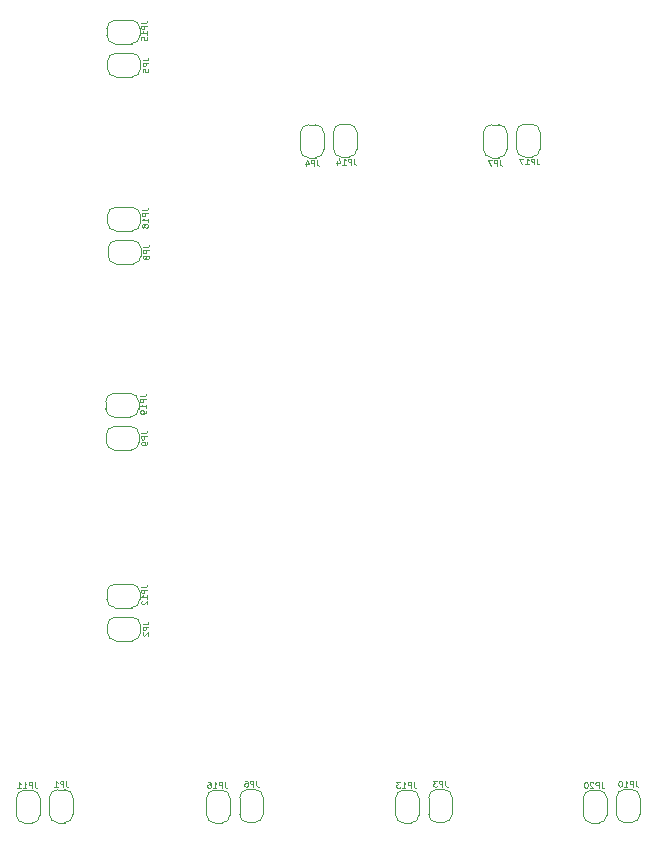
<source format=gbo>
G04 #@! TF.GenerationSoftware,KiCad,Pcbnew,7.0.5-7.0.5~ubuntu22.04.1*
G04 #@! TF.CreationDate,2023-06-19T14:44:42+01:00*
G04 #@! TF.ProjectId,logic_board,6c6f6769-635f-4626-9f61-72642e6b6963,rev?*
G04 #@! TF.SameCoordinates,Original*
G04 #@! TF.FileFunction,Legend,Bot*
G04 #@! TF.FilePolarity,Positive*
%FSLAX46Y46*%
G04 Gerber Fmt 4.6, Leading zero omitted, Abs format (unit mm)*
G04 Created by KiCad (PCBNEW 7.0.5-7.0.5~ubuntu22.04.1) date 2023-06-19 14:44:42*
%MOMM*%
%LPD*%
G01*
G04 APERTURE LIST*
%ADD10C,0.120000*%
G04 APERTURE END LIST*
D10*
G04 #@! TO.C,JP14*
X102981909Y-67085068D02*
X102981909Y-67442211D01*
X102981909Y-67442211D02*
X103005718Y-67513639D01*
X103005718Y-67513639D02*
X103053337Y-67561259D01*
X103053337Y-67561259D02*
X103124766Y-67585068D01*
X103124766Y-67585068D02*
X103172385Y-67585068D01*
X102743814Y-67585068D02*
X102743814Y-67085068D01*
X102743814Y-67085068D02*
X102553338Y-67085068D01*
X102553338Y-67085068D02*
X102505719Y-67108878D01*
X102505719Y-67108878D02*
X102481909Y-67132687D01*
X102481909Y-67132687D02*
X102458100Y-67180306D01*
X102458100Y-67180306D02*
X102458100Y-67251735D01*
X102458100Y-67251735D02*
X102481909Y-67299354D01*
X102481909Y-67299354D02*
X102505719Y-67323163D01*
X102505719Y-67323163D02*
X102553338Y-67346973D01*
X102553338Y-67346973D02*
X102743814Y-67346973D01*
X101981909Y-67585068D02*
X102267623Y-67585068D01*
X102124766Y-67585068D02*
X102124766Y-67085068D01*
X102124766Y-67085068D02*
X102172385Y-67156497D01*
X102172385Y-67156497D02*
X102220004Y-67204116D01*
X102220004Y-67204116D02*
X102267623Y-67227925D01*
X101553338Y-67251735D02*
X101553338Y-67585068D01*
X101672386Y-67061259D02*
X101791433Y-67418401D01*
X101791433Y-67418401D02*
X101481910Y-67418401D01*
G04 #@! TO.C,JP15*
X84972216Y-55605238D02*
X85329359Y-55605238D01*
X85329359Y-55605238D02*
X85400787Y-55581429D01*
X85400787Y-55581429D02*
X85448407Y-55533810D01*
X85448407Y-55533810D02*
X85472216Y-55462381D01*
X85472216Y-55462381D02*
X85472216Y-55414762D01*
X85472216Y-55843333D02*
X84972216Y-55843333D01*
X84972216Y-55843333D02*
X84972216Y-56033809D01*
X84972216Y-56033809D02*
X84996026Y-56081428D01*
X84996026Y-56081428D02*
X85019835Y-56105238D01*
X85019835Y-56105238D02*
X85067454Y-56129047D01*
X85067454Y-56129047D02*
X85138883Y-56129047D01*
X85138883Y-56129047D02*
X85186502Y-56105238D01*
X85186502Y-56105238D02*
X85210311Y-56081428D01*
X85210311Y-56081428D02*
X85234121Y-56033809D01*
X85234121Y-56033809D02*
X85234121Y-55843333D01*
X85472216Y-56605238D02*
X85472216Y-56319524D01*
X85472216Y-56462381D02*
X84972216Y-56462381D01*
X84972216Y-56462381D02*
X85043645Y-56414762D01*
X85043645Y-56414762D02*
X85091264Y-56367143D01*
X85091264Y-56367143D02*
X85115073Y-56319524D01*
X84972216Y-57057618D02*
X84972216Y-56819523D01*
X84972216Y-56819523D02*
X85210311Y-56795714D01*
X85210311Y-56795714D02*
X85186502Y-56819523D01*
X85186502Y-56819523D02*
X85162692Y-56867142D01*
X85162692Y-56867142D02*
X85162692Y-56986190D01*
X85162692Y-56986190D02*
X85186502Y-57033809D01*
X85186502Y-57033809D02*
X85210311Y-57057618D01*
X85210311Y-57057618D02*
X85257930Y-57081428D01*
X85257930Y-57081428D02*
X85376978Y-57081428D01*
X85376978Y-57081428D02*
X85424597Y-57057618D01*
X85424597Y-57057618D02*
X85448407Y-57033809D01*
X85448407Y-57033809D02*
X85472216Y-56986190D01*
X85472216Y-56986190D02*
X85472216Y-56867142D01*
X85472216Y-56867142D02*
X85448407Y-56819523D01*
X85448407Y-56819523D02*
X85424597Y-56795714D01*
G04 #@! TO.C,JP13*
X108041909Y-119865069D02*
X108041909Y-120222212D01*
X108041909Y-120222212D02*
X108065718Y-120293640D01*
X108065718Y-120293640D02*
X108113337Y-120341260D01*
X108113337Y-120341260D02*
X108184766Y-120365069D01*
X108184766Y-120365069D02*
X108232385Y-120365069D01*
X107803814Y-120365069D02*
X107803814Y-119865069D01*
X107803814Y-119865069D02*
X107613338Y-119865069D01*
X107613338Y-119865069D02*
X107565719Y-119888879D01*
X107565719Y-119888879D02*
X107541909Y-119912688D01*
X107541909Y-119912688D02*
X107518100Y-119960307D01*
X107518100Y-119960307D02*
X107518100Y-120031736D01*
X107518100Y-120031736D02*
X107541909Y-120079355D01*
X107541909Y-120079355D02*
X107565719Y-120103164D01*
X107565719Y-120103164D02*
X107613338Y-120126974D01*
X107613338Y-120126974D02*
X107803814Y-120126974D01*
X107041909Y-120365069D02*
X107327623Y-120365069D01*
X107184766Y-120365069D02*
X107184766Y-119865069D01*
X107184766Y-119865069D02*
X107232385Y-119936498D01*
X107232385Y-119936498D02*
X107280004Y-119984117D01*
X107280004Y-119984117D02*
X107327623Y-120007926D01*
X106875243Y-119865069D02*
X106565719Y-119865069D01*
X106565719Y-119865069D02*
X106732386Y-120055545D01*
X106732386Y-120055545D02*
X106660957Y-120055545D01*
X106660957Y-120055545D02*
X106613338Y-120079355D01*
X106613338Y-120079355D02*
X106589529Y-120103164D01*
X106589529Y-120103164D02*
X106565719Y-120150783D01*
X106565719Y-120150783D02*
X106565719Y-120269831D01*
X106565719Y-120269831D02*
X106589529Y-120317450D01*
X106589529Y-120317450D02*
X106613338Y-120341260D01*
X106613338Y-120341260D02*
X106660957Y-120365069D01*
X106660957Y-120365069D02*
X106803814Y-120365069D01*
X106803814Y-120365069D02*
X106851433Y-120341260D01*
X106851433Y-120341260D02*
X106875243Y-120317450D01*
G04 #@! TO.C,JP18*
X85022216Y-71445238D02*
X85379359Y-71445238D01*
X85379359Y-71445238D02*
X85450787Y-71421429D01*
X85450787Y-71421429D02*
X85498407Y-71373810D01*
X85498407Y-71373810D02*
X85522216Y-71302381D01*
X85522216Y-71302381D02*
X85522216Y-71254762D01*
X85522216Y-71683333D02*
X85022216Y-71683333D01*
X85022216Y-71683333D02*
X85022216Y-71873809D01*
X85022216Y-71873809D02*
X85046026Y-71921428D01*
X85046026Y-71921428D02*
X85069835Y-71945238D01*
X85069835Y-71945238D02*
X85117454Y-71969047D01*
X85117454Y-71969047D02*
X85188883Y-71969047D01*
X85188883Y-71969047D02*
X85236502Y-71945238D01*
X85236502Y-71945238D02*
X85260311Y-71921428D01*
X85260311Y-71921428D02*
X85284121Y-71873809D01*
X85284121Y-71873809D02*
X85284121Y-71683333D01*
X85522216Y-72445238D02*
X85522216Y-72159524D01*
X85522216Y-72302381D02*
X85022216Y-72302381D01*
X85022216Y-72302381D02*
X85093645Y-72254762D01*
X85093645Y-72254762D02*
X85141264Y-72207143D01*
X85141264Y-72207143D02*
X85165073Y-72159524D01*
X85236502Y-72730952D02*
X85212692Y-72683333D01*
X85212692Y-72683333D02*
X85188883Y-72659523D01*
X85188883Y-72659523D02*
X85141264Y-72635714D01*
X85141264Y-72635714D02*
X85117454Y-72635714D01*
X85117454Y-72635714D02*
X85069835Y-72659523D01*
X85069835Y-72659523D02*
X85046026Y-72683333D01*
X85046026Y-72683333D02*
X85022216Y-72730952D01*
X85022216Y-72730952D02*
X85022216Y-72826190D01*
X85022216Y-72826190D02*
X85046026Y-72873809D01*
X85046026Y-72873809D02*
X85069835Y-72897618D01*
X85069835Y-72897618D02*
X85117454Y-72921428D01*
X85117454Y-72921428D02*
X85141264Y-72921428D01*
X85141264Y-72921428D02*
X85188883Y-72897618D01*
X85188883Y-72897618D02*
X85212692Y-72873809D01*
X85212692Y-72873809D02*
X85236502Y-72826190D01*
X85236502Y-72826190D02*
X85236502Y-72730952D01*
X85236502Y-72730952D02*
X85260311Y-72683333D01*
X85260311Y-72683333D02*
X85284121Y-72659523D01*
X85284121Y-72659523D02*
X85331740Y-72635714D01*
X85331740Y-72635714D02*
X85426978Y-72635714D01*
X85426978Y-72635714D02*
X85474597Y-72659523D01*
X85474597Y-72659523D02*
X85498407Y-72683333D01*
X85498407Y-72683333D02*
X85522216Y-72730952D01*
X85522216Y-72730952D02*
X85522216Y-72826190D01*
X85522216Y-72826190D02*
X85498407Y-72873809D01*
X85498407Y-72873809D02*
X85474597Y-72897618D01*
X85474597Y-72897618D02*
X85426978Y-72921428D01*
X85426978Y-72921428D02*
X85331740Y-72921428D01*
X85331740Y-72921428D02*
X85284121Y-72897618D01*
X85284121Y-72897618D02*
X85260311Y-72873809D01*
X85260311Y-72873809D02*
X85236502Y-72826190D01*
G04 #@! TO.C,JP19*
X84872216Y-87205238D02*
X85229359Y-87205238D01*
X85229359Y-87205238D02*
X85300787Y-87181429D01*
X85300787Y-87181429D02*
X85348407Y-87133810D01*
X85348407Y-87133810D02*
X85372216Y-87062381D01*
X85372216Y-87062381D02*
X85372216Y-87014762D01*
X85372216Y-87443333D02*
X84872216Y-87443333D01*
X84872216Y-87443333D02*
X84872216Y-87633809D01*
X84872216Y-87633809D02*
X84896026Y-87681428D01*
X84896026Y-87681428D02*
X84919835Y-87705238D01*
X84919835Y-87705238D02*
X84967454Y-87729047D01*
X84967454Y-87729047D02*
X85038883Y-87729047D01*
X85038883Y-87729047D02*
X85086502Y-87705238D01*
X85086502Y-87705238D02*
X85110311Y-87681428D01*
X85110311Y-87681428D02*
X85134121Y-87633809D01*
X85134121Y-87633809D02*
X85134121Y-87443333D01*
X85372216Y-88205238D02*
X85372216Y-87919524D01*
X85372216Y-88062381D02*
X84872216Y-88062381D01*
X84872216Y-88062381D02*
X84943645Y-88014762D01*
X84943645Y-88014762D02*
X84991264Y-87967143D01*
X84991264Y-87967143D02*
X85015073Y-87919524D01*
X85372216Y-88443333D02*
X85372216Y-88538571D01*
X85372216Y-88538571D02*
X85348407Y-88586190D01*
X85348407Y-88586190D02*
X85324597Y-88609999D01*
X85324597Y-88609999D02*
X85253168Y-88657618D01*
X85253168Y-88657618D02*
X85157930Y-88681428D01*
X85157930Y-88681428D02*
X84967454Y-88681428D01*
X84967454Y-88681428D02*
X84919835Y-88657618D01*
X84919835Y-88657618D02*
X84896026Y-88633809D01*
X84896026Y-88633809D02*
X84872216Y-88586190D01*
X84872216Y-88586190D02*
X84872216Y-88490952D01*
X84872216Y-88490952D02*
X84896026Y-88443333D01*
X84896026Y-88443333D02*
X84919835Y-88419523D01*
X84919835Y-88419523D02*
X84967454Y-88395714D01*
X84967454Y-88395714D02*
X85086502Y-88395714D01*
X85086502Y-88395714D02*
X85134121Y-88419523D01*
X85134121Y-88419523D02*
X85157930Y-88443333D01*
X85157930Y-88443333D02*
X85181740Y-88490952D01*
X85181740Y-88490952D02*
X85181740Y-88586190D01*
X85181740Y-88586190D02*
X85157930Y-88633809D01*
X85157930Y-88633809D02*
X85134121Y-88657618D01*
X85134121Y-88657618D02*
X85086502Y-88681428D01*
G04 #@! TO.C,JP2*
X85072217Y-106483333D02*
X85429360Y-106483333D01*
X85429360Y-106483333D02*
X85500788Y-106459524D01*
X85500788Y-106459524D02*
X85548408Y-106411905D01*
X85548408Y-106411905D02*
X85572217Y-106340476D01*
X85572217Y-106340476D02*
X85572217Y-106292857D01*
X85572217Y-106721428D02*
X85072217Y-106721428D01*
X85072217Y-106721428D02*
X85072217Y-106911904D01*
X85072217Y-106911904D02*
X85096027Y-106959523D01*
X85096027Y-106959523D02*
X85119836Y-106983333D01*
X85119836Y-106983333D02*
X85167455Y-107007142D01*
X85167455Y-107007142D02*
X85238884Y-107007142D01*
X85238884Y-107007142D02*
X85286503Y-106983333D01*
X85286503Y-106983333D02*
X85310312Y-106959523D01*
X85310312Y-106959523D02*
X85334122Y-106911904D01*
X85334122Y-106911904D02*
X85334122Y-106721428D01*
X85119836Y-107197619D02*
X85096027Y-107221428D01*
X85096027Y-107221428D02*
X85072217Y-107269047D01*
X85072217Y-107269047D02*
X85072217Y-107388095D01*
X85072217Y-107388095D02*
X85096027Y-107435714D01*
X85096027Y-107435714D02*
X85119836Y-107459523D01*
X85119836Y-107459523D02*
X85167455Y-107483333D01*
X85167455Y-107483333D02*
X85215074Y-107483333D01*
X85215074Y-107483333D02*
X85286503Y-107459523D01*
X85286503Y-107459523D02*
X85572217Y-107173809D01*
X85572217Y-107173809D02*
X85572217Y-107483333D01*
G04 #@! TO.C,JP6*
X94703814Y-119765069D02*
X94703814Y-120122212D01*
X94703814Y-120122212D02*
X94727623Y-120193640D01*
X94727623Y-120193640D02*
X94775242Y-120241260D01*
X94775242Y-120241260D02*
X94846671Y-120265069D01*
X94846671Y-120265069D02*
X94894290Y-120265069D01*
X94465719Y-120265069D02*
X94465719Y-119765069D01*
X94465719Y-119765069D02*
X94275243Y-119765069D01*
X94275243Y-119765069D02*
X94227624Y-119788879D01*
X94227624Y-119788879D02*
X94203814Y-119812688D01*
X94203814Y-119812688D02*
X94180005Y-119860307D01*
X94180005Y-119860307D02*
X94180005Y-119931736D01*
X94180005Y-119931736D02*
X94203814Y-119979355D01*
X94203814Y-119979355D02*
X94227624Y-120003164D01*
X94227624Y-120003164D02*
X94275243Y-120026974D01*
X94275243Y-120026974D02*
X94465719Y-120026974D01*
X93751433Y-119765069D02*
X93846671Y-119765069D01*
X93846671Y-119765069D02*
X93894290Y-119788879D01*
X93894290Y-119788879D02*
X93918100Y-119812688D01*
X93918100Y-119812688D02*
X93965719Y-119884117D01*
X93965719Y-119884117D02*
X93989528Y-119979355D01*
X93989528Y-119979355D02*
X93989528Y-120169831D01*
X93989528Y-120169831D02*
X93965719Y-120217450D01*
X93965719Y-120217450D02*
X93941909Y-120241260D01*
X93941909Y-120241260D02*
X93894290Y-120265069D01*
X93894290Y-120265069D02*
X93799052Y-120265069D01*
X93799052Y-120265069D02*
X93751433Y-120241260D01*
X93751433Y-120241260D02*
X93727624Y-120217450D01*
X93727624Y-120217450D02*
X93703814Y-120169831D01*
X93703814Y-120169831D02*
X93703814Y-120050783D01*
X93703814Y-120050783D02*
X93727624Y-120003164D01*
X93727624Y-120003164D02*
X93751433Y-119979355D01*
X93751433Y-119979355D02*
X93799052Y-119955545D01*
X93799052Y-119955545D02*
X93894290Y-119955545D01*
X93894290Y-119955545D02*
X93941909Y-119979355D01*
X93941909Y-119979355D02*
X93965719Y-120003164D01*
X93965719Y-120003164D02*
X93989528Y-120050783D01*
G04 #@! TO.C,JP10*
X126841909Y-119765069D02*
X126841909Y-120122212D01*
X126841909Y-120122212D02*
X126865718Y-120193640D01*
X126865718Y-120193640D02*
X126913337Y-120241260D01*
X126913337Y-120241260D02*
X126984766Y-120265069D01*
X126984766Y-120265069D02*
X127032385Y-120265069D01*
X126603814Y-120265069D02*
X126603814Y-119765069D01*
X126603814Y-119765069D02*
X126413338Y-119765069D01*
X126413338Y-119765069D02*
X126365719Y-119788879D01*
X126365719Y-119788879D02*
X126341909Y-119812688D01*
X126341909Y-119812688D02*
X126318100Y-119860307D01*
X126318100Y-119860307D02*
X126318100Y-119931736D01*
X126318100Y-119931736D02*
X126341909Y-119979355D01*
X126341909Y-119979355D02*
X126365719Y-120003164D01*
X126365719Y-120003164D02*
X126413338Y-120026974D01*
X126413338Y-120026974D02*
X126603814Y-120026974D01*
X125841909Y-120265069D02*
X126127623Y-120265069D01*
X125984766Y-120265069D02*
X125984766Y-119765069D01*
X125984766Y-119765069D02*
X126032385Y-119836498D01*
X126032385Y-119836498D02*
X126080004Y-119884117D01*
X126080004Y-119884117D02*
X126127623Y-119907926D01*
X125532386Y-119765069D02*
X125484767Y-119765069D01*
X125484767Y-119765069D02*
X125437148Y-119788879D01*
X125437148Y-119788879D02*
X125413338Y-119812688D01*
X125413338Y-119812688D02*
X125389529Y-119860307D01*
X125389529Y-119860307D02*
X125365719Y-119955545D01*
X125365719Y-119955545D02*
X125365719Y-120074593D01*
X125365719Y-120074593D02*
X125389529Y-120169831D01*
X125389529Y-120169831D02*
X125413338Y-120217450D01*
X125413338Y-120217450D02*
X125437148Y-120241260D01*
X125437148Y-120241260D02*
X125484767Y-120265069D01*
X125484767Y-120265069D02*
X125532386Y-120265069D01*
X125532386Y-120265069D02*
X125580005Y-120241260D01*
X125580005Y-120241260D02*
X125603814Y-120217450D01*
X125603814Y-120217450D02*
X125627624Y-120169831D01*
X125627624Y-120169831D02*
X125651433Y-120074593D01*
X125651433Y-120074593D02*
X125651433Y-119955545D01*
X125651433Y-119955545D02*
X125627624Y-119860307D01*
X125627624Y-119860307D02*
X125603814Y-119812688D01*
X125603814Y-119812688D02*
X125580005Y-119788879D01*
X125580005Y-119788879D02*
X125532386Y-119765069D01*
G04 #@! TO.C,JP3*
X110703814Y-119765069D02*
X110703814Y-120122212D01*
X110703814Y-120122212D02*
X110727623Y-120193640D01*
X110727623Y-120193640D02*
X110775242Y-120241260D01*
X110775242Y-120241260D02*
X110846671Y-120265069D01*
X110846671Y-120265069D02*
X110894290Y-120265069D01*
X110465719Y-120265069D02*
X110465719Y-119765069D01*
X110465719Y-119765069D02*
X110275243Y-119765069D01*
X110275243Y-119765069D02*
X110227624Y-119788879D01*
X110227624Y-119788879D02*
X110203814Y-119812688D01*
X110203814Y-119812688D02*
X110180005Y-119860307D01*
X110180005Y-119860307D02*
X110180005Y-119931736D01*
X110180005Y-119931736D02*
X110203814Y-119979355D01*
X110203814Y-119979355D02*
X110227624Y-120003164D01*
X110227624Y-120003164D02*
X110275243Y-120026974D01*
X110275243Y-120026974D02*
X110465719Y-120026974D01*
X110013338Y-119765069D02*
X109703814Y-119765069D01*
X109703814Y-119765069D02*
X109870481Y-119955545D01*
X109870481Y-119955545D02*
X109799052Y-119955545D01*
X109799052Y-119955545D02*
X109751433Y-119979355D01*
X109751433Y-119979355D02*
X109727624Y-120003164D01*
X109727624Y-120003164D02*
X109703814Y-120050783D01*
X109703814Y-120050783D02*
X109703814Y-120169831D01*
X109703814Y-120169831D02*
X109727624Y-120217450D01*
X109727624Y-120217450D02*
X109751433Y-120241260D01*
X109751433Y-120241260D02*
X109799052Y-120265069D01*
X109799052Y-120265069D02*
X109941909Y-120265069D01*
X109941909Y-120265069D02*
X109989528Y-120241260D01*
X109989528Y-120241260D02*
X110013338Y-120217450D01*
G04 #@! TO.C,JP20*
X123941909Y-119865069D02*
X123941909Y-120222212D01*
X123941909Y-120222212D02*
X123965718Y-120293640D01*
X123965718Y-120293640D02*
X124013337Y-120341260D01*
X124013337Y-120341260D02*
X124084766Y-120365069D01*
X124084766Y-120365069D02*
X124132385Y-120365069D01*
X123703814Y-120365069D02*
X123703814Y-119865069D01*
X123703814Y-119865069D02*
X123513338Y-119865069D01*
X123513338Y-119865069D02*
X123465719Y-119888879D01*
X123465719Y-119888879D02*
X123441909Y-119912688D01*
X123441909Y-119912688D02*
X123418100Y-119960307D01*
X123418100Y-119960307D02*
X123418100Y-120031736D01*
X123418100Y-120031736D02*
X123441909Y-120079355D01*
X123441909Y-120079355D02*
X123465719Y-120103164D01*
X123465719Y-120103164D02*
X123513338Y-120126974D01*
X123513338Y-120126974D02*
X123703814Y-120126974D01*
X123227623Y-119912688D02*
X123203814Y-119888879D01*
X123203814Y-119888879D02*
X123156195Y-119865069D01*
X123156195Y-119865069D02*
X123037147Y-119865069D01*
X123037147Y-119865069D02*
X122989528Y-119888879D01*
X122989528Y-119888879D02*
X122965719Y-119912688D01*
X122965719Y-119912688D02*
X122941909Y-119960307D01*
X122941909Y-119960307D02*
X122941909Y-120007926D01*
X122941909Y-120007926D02*
X122965719Y-120079355D01*
X122965719Y-120079355D02*
X123251433Y-120365069D01*
X123251433Y-120365069D02*
X122941909Y-120365069D01*
X122632386Y-119865069D02*
X122584767Y-119865069D01*
X122584767Y-119865069D02*
X122537148Y-119888879D01*
X122537148Y-119888879D02*
X122513338Y-119912688D01*
X122513338Y-119912688D02*
X122489529Y-119960307D01*
X122489529Y-119960307D02*
X122465719Y-120055545D01*
X122465719Y-120055545D02*
X122465719Y-120174593D01*
X122465719Y-120174593D02*
X122489529Y-120269831D01*
X122489529Y-120269831D02*
X122513338Y-120317450D01*
X122513338Y-120317450D02*
X122537148Y-120341260D01*
X122537148Y-120341260D02*
X122584767Y-120365069D01*
X122584767Y-120365069D02*
X122632386Y-120365069D01*
X122632386Y-120365069D02*
X122680005Y-120341260D01*
X122680005Y-120341260D02*
X122703814Y-120317450D01*
X122703814Y-120317450D02*
X122727624Y-120269831D01*
X122727624Y-120269831D02*
X122751433Y-120174593D01*
X122751433Y-120174593D02*
X122751433Y-120055545D01*
X122751433Y-120055545D02*
X122727624Y-119960307D01*
X122727624Y-119960307D02*
X122703814Y-119912688D01*
X122703814Y-119912688D02*
X122680005Y-119888879D01*
X122680005Y-119888879D02*
X122632386Y-119865069D01*
G04 #@! TO.C,JP16*
X92041909Y-119865069D02*
X92041909Y-120222212D01*
X92041909Y-120222212D02*
X92065718Y-120293640D01*
X92065718Y-120293640D02*
X92113337Y-120341260D01*
X92113337Y-120341260D02*
X92184766Y-120365069D01*
X92184766Y-120365069D02*
X92232385Y-120365069D01*
X91803814Y-120365069D02*
X91803814Y-119865069D01*
X91803814Y-119865069D02*
X91613338Y-119865069D01*
X91613338Y-119865069D02*
X91565719Y-119888879D01*
X91565719Y-119888879D02*
X91541909Y-119912688D01*
X91541909Y-119912688D02*
X91518100Y-119960307D01*
X91518100Y-119960307D02*
X91518100Y-120031736D01*
X91518100Y-120031736D02*
X91541909Y-120079355D01*
X91541909Y-120079355D02*
X91565719Y-120103164D01*
X91565719Y-120103164D02*
X91613338Y-120126974D01*
X91613338Y-120126974D02*
X91803814Y-120126974D01*
X91041909Y-120365069D02*
X91327623Y-120365069D01*
X91184766Y-120365069D02*
X91184766Y-119865069D01*
X91184766Y-119865069D02*
X91232385Y-119936498D01*
X91232385Y-119936498D02*
X91280004Y-119984117D01*
X91280004Y-119984117D02*
X91327623Y-120007926D01*
X90613338Y-119865069D02*
X90708576Y-119865069D01*
X90708576Y-119865069D02*
X90756195Y-119888879D01*
X90756195Y-119888879D02*
X90780005Y-119912688D01*
X90780005Y-119912688D02*
X90827624Y-119984117D01*
X90827624Y-119984117D02*
X90851433Y-120079355D01*
X90851433Y-120079355D02*
X90851433Y-120269831D01*
X90851433Y-120269831D02*
X90827624Y-120317450D01*
X90827624Y-120317450D02*
X90803814Y-120341260D01*
X90803814Y-120341260D02*
X90756195Y-120365069D01*
X90756195Y-120365069D02*
X90660957Y-120365069D01*
X90660957Y-120365069D02*
X90613338Y-120341260D01*
X90613338Y-120341260D02*
X90589529Y-120317450D01*
X90589529Y-120317450D02*
X90565719Y-120269831D01*
X90565719Y-120269831D02*
X90565719Y-120150783D01*
X90565719Y-120150783D02*
X90589529Y-120103164D01*
X90589529Y-120103164D02*
X90613338Y-120079355D01*
X90613338Y-120079355D02*
X90660957Y-120055545D01*
X90660957Y-120055545D02*
X90756195Y-120055545D01*
X90756195Y-120055545D02*
X90803814Y-120079355D01*
X90803814Y-120079355D02*
X90827624Y-120103164D01*
X90827624Y-120103164D02*
X90851433Y-120150783D01*
G04 #@! TO.C,JP17*
X118481909Y-67075068D02*
X118481909Y-67432211D01*
X118481909Y-67432211D02*
X118505718Y-67503639D01*
X118505718Y-67503639D02*
X118553337Y-67551259D01*
X118553337Y-67551259D02*
X118624766Y-67575068D01*
X118624766Y-67575068D02*
X118672385Y-67575068D01*
X118243814Y-67575068D02*
X118243814Y-67075068D01*
X118243814Y-67075068D02*
X118053338Y-67075068D01*
X118053338Y-67075068D02*
X118005719Y-67098878D01*
X118005719Y-67098878D02*
X117981909Y-67122687D01*
X117981909Y-67122687D02*
X117958100Y-67170306D01*
X117958100Y-67170306D02*
X117958100Y-67241735D01*
X117958100Y-67241735D02*
X117981909Y-67289354D01*
X117981909Y-67289354D02*
X118005719Y-67313163D01*
X118005719Y-67313163D02*
X118053338Y-67336973D01*
X118053338Y-67336973D02*
X118243814Y-67336973D01*
X117481909Y-67575068D02*
X117767623Y-67575068D01*
X117624766Y-67575068D02*
X117624766Y-67075068D01*
X117624766Y-67075068D02*
X117672385Y-67146497D01*
X117672385Y-67146497D02*
X117720004Y-67194116D01*
X117720004Y-67194116D02*
X117767623Y-67217925D01*
X117315243Y-67075068D02*
X116981910Y-67075068D01*
X116981910Y-67075068D02*
X117196195Y-67575068D01*
G04 #@! TO.C,JP7*
X115343814Y-67175068D02*
X115343814Y-67532211D01*
X115343814Y-67532211D02*
X115367623Y-67603639D01*
X115367623Y-67603639D02*
X115415242Y-67651259D01*
X115415242Y-67651259D02*
X115486671Y-67675068D01*
X115486671Y-67675068D02*
X115534290Y-67675068D01*
X115105719Y-67675068D02*
X115105719Y-67175068D01*
X115105719Y-67175068D02*
X114915243Y-67175068D01*
X114915243Y-67175068D02*
X114867624Y-67198878D01*
X114867624Y-67198878D02*
X114843814Y-67222687D01*
X114843814Y-67222687D02*
X114820005Y-67270306D01*
X114820005Y-67270306D02*
X114820005Y-67341735D01*
X114820005Y-67341735D02*
X114843814Y-67389354D01*
X114843814Y-67389354D02*
X114867624Y-67413163D01*
X114867624Y-67413163D02*
X114915243Y-67436973D01*
X114915243Y-67436973D02*
X115105719Y-67436973D01*
X114653338Y-67175068D02*
X114320005Y-67175068D01*
X114320005Y-67175068D02*
X114534290Y-67675068D01*
G04 #@! TO.C,JP12*
X84972216Y-103345238D02*
X85329359Y-103345238D01*
X85329359Y-103345238D02*
X85400787Y-103321429D01*
X85400787Y-103321429D02*
X85448407Y-103273810D01*
X85448407Y-103273810D02*
X85472216Y-103202381D01*
X85472216Y-103202381D02*
X85472216Y-103154762D01*
X85472216Y-103583333D02*
X84972216Y-103583333D01*
X84972216Y-103583333D02*
X84972216Y-103773809D01*
X84972216Y-103773809D02*
X84996026Y-103821428D01*
X84996026Y-103821428D02*
X85019835Y-103845238D01*
X85019835Y-103845238D02*
X85067454Y-103869047D01*
X85067454Y-103869047D02*
X85138883Y-103869047D01*
X85138883Y-103869047D02*
X85186502Y-103845238D01*
X85186502Y-103845238D02*
X85210311Y-103821428D01*
X85210311Y-103821428D02*
X85234121Y-103773809D01*
X85234121Y-103773809D02*
X85234121Y-103583333D01*
X85472216Y-104345238D02*
X85472216Y-104059524D01*
X85472216Y-104202381D02*
X84972216Y-104202381D01*
X84972216Y-104202381D02*
X85043645Y-104154762D01*
X85043645Y-104154762D02*
X85091264Y-104107143D01*
X85091264Y-104107143D02*
X85115073Y-104059524D01*
X85019835Y-104535714D02*
X84996026Y-104559523D01*
X84996026Y-104559523D02*
X84972216Y-104607142D01*
X84972216Y-104607142D02*
X84972216Y-104726190D01*
X84972216Y-104726190D02*
X84996026Y-104773809D01*
X84996026Y-104773809D02*
X85019835Y-104797618D01*
X85019835Y-104797618D02*
X85067454Y-104821428D01*
X85067454Y-104821428D02*
X85115073Y-104821428D01*
X85115073Y-104821428D02*
X85186502Y-104797618D01*
X85186502Y-104797618D02*
X85472216Y-104511904D01*
X85472216Y-104511904D02*
X85472216Y-104821428D01*
G04 #@! TO.C,JP5*
X85072217Y-58743333D02*
X85429360Y-58743333D01*
X85429360Y-58743333D02*
X85500788Y-58719524D01*
X85500788Y-58719524D02*
X85548408Y-58671905D01*
X85548408Y-58671905D02*
X85572217Y-58600476D01*
X85572217Y-58600476D02*
X85572217Y-58552857D01*
X85572217Y-58981428D02*
X85072217Y-58981428D01*
X85072217Y-58981428D02*
X85072217Y-59171904D01*
X85072217Y-59171904D02*
X85096027Y-59219523D01*
X85096027Y-59219523D02*
X85119836Y-59243333D01*
X85119836Y-59243333D02*
X85167455Y-59267142D01*
X85167455Y-59267142D02*
X85238884Y-59267142D01*
X85238884Y-59267142D02*
X85286503Y-59243333D01*
X85286503Y-59243333D02*
X85310312Y-59219523D01*
X85310312Y-59219523D02*
X85334122Y-59171904D01*
X85334122Y-59171904D02*
X85334122Y-58981428D01*
X85072217Y-59719523D02*
X85072217Y-59481428D01*
X85072217Y-59481428D02*
X85310312Y-59457619D01*
X85310312Y-59457619D02*
X85286503Y-59481428D01*
X85286503Y-59481428D02*
X85262693Y-59529047D01*
X85262693Y-59529047D02*
X85262693Y-59648095D01*
X85262693Y-59648095D02*
X85286503Y-59695714D01*
X85286503Y-59695714D02*
X85310312Y-59719523D01*
X85310312Y-59719523D02*
X85357931Y-59743333D01*
X85357931Y-59743333D02*
X85476979Y-59743333D01*
X85476979Y-59743333D02*
X85524598Y-59719523D01*
X85524598Y-59719523D02*
X85548408Y-59695714D01*
X85548408Y-59695714D02*
X85572217Y-59648095D01*
X85572217Y-59648095D02*
X85572217Y-59529047D01*
X85572217Y-59529047D02*
X85548408Y-59481428D01*
X85548408Y-59481428D02*
X85524598Y-59457619D01*
G04 #@! TO.C,JP11*
X75941909Y-119875069D02*
X75941909Y-120232212D01*
X75941909Y-120232212D02*
X75965718Y-120303640D01*
X75965718Y-120303640D02*
X76013337Y-120351260D01*
X76013337Y-120351260D02*
X76084766Y-120375069D01*
X76084766Y-120375069D02*
X76132385Y-120375069D01*
X75703814Y-120375069D02*
X75703814Y-119875069D01*
X75703814Y-119875069D02*
X75513338Y-119875069D01*
X75513338Y-119875069D02*
X75465719Y-119898879D01*
X75465719Y-119898879D02*
X75441909Y-119922688D01*
X75441909Y-119922688D02*
X75418100Y-119970307D01*
X75418100Y-119970307D02*
X75418100Y-120041736D01*
X75418100Y-120041736D02*
X75441909Y-120089355D01*
X75441909Y-120089355D02*
X75465719Y-120113164D01*
X75465719Y-120113164D02*
X75513338Y-120136974D01*
X75513338Y-120136974D02*
X75703814Y-120136974D01*
X74941909Y-120375069D02*
X75227623Y-120375069D01*
X75084766Y-120375069D02*
X75084766Y-119875069D01*
X75084766Y-119875069D02*
X75132385Y-119946498D01*
X75132385Y-119946498D02*
X75180004Y-119994117D01*
X75180004Y-119994117D02*
X75227623Y-120017926D01*
X74465719Y-120375069D02*
X74751433Y-120375069D01*
X74608576Y-120375069D02*
X74608576Y-119875069D01*
X74608576Y-119875069D02*
X74656195Y-119946498D01*
X74656195Y-119946498D02*
X74703814Y-119994117D01*
X74703814Y-119994117D02*
X74751433Y-120017926D01*
G04 #@! TO.C,JP9*
X84972217Y-90343333D02*
X85329360Y-90343333D01*
X85329360Y-90343333D02*
X85400788Y-90319524D01*
X85400788Y-90319524D02*
X85448408Y-90271905D01*
X85448408Y-90271905D02*
X85472217Y-90200476D01*
X85472217Y-90200476D02*
X85472217Y-90152857D01*
X85472217Y-90581428D02*
X84972217Y-90581428D01*
X84972217Y-90581428D02*
X84972217Y-90771904D01*
X84972217Y-90771904D02*
X84996027Y-90819523D01*
X84996027Y-90819523D02*
X85019836Y-90843333D01*
X85019836Y-90843333D02*
X85067455Y-90867142D01*
X85067455Y-90867142D02*
X85138884Y-90867142D01*
X85138884Y-90867142D02*
X85186503Y-90843333D01*
X85186503Y-90843333D02*
X85210312Y-90819523D01*
X85210312Y-90819523D02*
X85234122Y-90771904D01*
X85234122Y-90771904D02*
X85234122Y-90581428D01*
X85472217Y-91105238D02*
X85472217Y-91200476D01*
X85472217Y-91200476D02*
X85448408Y-91248095D01*
X85448408Y-91248095D02*
X85424598Y-91271904D01*
X85424598Y-91271904D02*
X85353169Y-91319523D01*
X85353169Y-91319523D02*
X85257931Y-91343333D01*
X85257931Y-91343333D02*
X85067455Y-91343333D01*
X85067455Y-91343333D02*
X85019836Y-91319523D01*
X85019836Y-91319523D02*
X84996027Y-91295714D01*
X84996027Y-91295714D02*
X84972217Y-91248095D01*
X84972217Y-91248095D02*
X84972217Y-91152857D01*
X84972217Y-91152857D02*
X84996027Y-91105238D01*
X84996027Y-91105238D02*
X85019836Y-91081428D01*
X85019836Y-91081428D02*
X85067455Y-91057619D01*
X85067455Y-91057619D02*
X85186503Y-91057619D01*
X85186503Y-91057619D02*
X85234122Y-91081428D01*
X85234122Y-91081428D02*
X85257931Y-91105238D01*
X85257931Y-91105238D02*
X85281741Y-91152857D01*
X85281741Y-91152857D02*
X85281741Y-91248095D01*
X85281741Y-91248095D02*
X85257931Y-91295714D01*
X85257931Y-91295714D02*
X85234122Y-91319523D01*
X85234122Y-91319523D02*
X85186503Y-91343333D01*
G04 #@! TO.C,JP4*
X99843814Y-67185068D02*
X99843814Y-67542211D01*
X99843814Y-67542211D02*
X99867623Y-67613639D01*
X99867623Y-67613639D02*
X99915242Y-67661259D01*
X99915242Y-67661259D02*
X99986671Y-67685068D01*
X99986671Y-67685068D02*
X100034290Y-67685068D01*
X99605719Y-67685068D02*
X99605719Y-67185068D01*
X99605719Y-67185068D02*
X99415243Y-67185068D01*
X99415243Y-67185068D02*
X99367624Y-67208878D01*
X99367624Y-67208878D02*
X99343814Y-67232687D01*
X99343814Y-67232687D02*
X99320005Y-67280306D01*
X99320005Y-67280306D02*
X99320005Y-67351735D01*
X99320005Y-67351735D02*
X99343814Y-67399354D01*
X99343814Y-67399354D02*
X99367624Y-67423163D01*
X99367624Y-67423163D02*
X99415243Y-67446973D01*
X99415243Y-67446973D02*
X99605719Y-67446973D01*
X98891433Y-67351735D02*
X98891433Y-67685068D01*
X99010481Y-67161259D02*
X99129528Y-67518401D01*
X99129528Y-67518401D02*
X98820005Y-67518401D01*
G04 #@! TO.C,JP8*
X85122217Y-74583333D02*
X85479360Y-74583333D01*
X85479360Y-74583333D02*
X85550788Y-74559524D01*
X85550788Y-74559524D02*
X85598408Y-74511905D01*
X85598408Y-74511905D02*
X85622217Y-74440476D01*
X85622217Y-74440476D02*
X85622217Y-74392857D01*
X85622217Y-74821428D02*
X85122217Y-74821428D01*
X85122217Y-74821428D02*
X85122217Y-75011904D01*
X85122217Y-75011904D02*
X85146027Y-75059523D01*
X85146027Y-75059523D02*
X85169836Y-75083333D01*
X85169836Y-75083333D02*
X85217455Y-75107142D01*
X85217455Y-75107142D02*
X85288884Y-75107142D01*
X85288884Y-75107142D02*
X85336503Y-75083333D01*
X85336503Y-75083333D02*
X85360312Y-75059523D01*
X85360312Y-75059523D02*
X85384122Y-75011904D01*
X85384122Y-75011904D02*
X85384122Y-74821428D01*
X85336503Y-75392857D02*
X85312693Y-75345238D01*
X85312693Y-75345238D02*
X85288884Y-75321428D01*
X85288884Y-75321428D02*
X85241265Y-75297619D01*
X85241265Y-75297619D02*
X85217455Y-75297619D01*
X85217455Y-75297619D02*
X85169836Y-75321428D01*
X85169836Y-75321428D02*
X85146027Y-75345238D01*
X85146027Y-75345238D02*
X85122217Y-75392857D01*
X85122217Y-75392857D02*
X85122217Y-75488095D01*
X85122217Y-75488095D02*
X85146027Y-75535714D01*
X85146027Y-75535714D02*
X85169836Y-75559523D01*
X85169836Y-75559523D02*
X85217455Y-75583333D01*
X85217455Y-75583333D02*
X85241265Y-75583333D01*
X85241265Y-75583333D02*
X85288884Y-75559523D01*
X85288884Y-75559523D02*
X85312693Y-75535714D01*
X85312693Y-75535714D02*
X85336503Y-75488095D01*
X85336503Y-75488095D02*
X85336503Y-75392857D01*
X85336503Y-75392857D02*
X85360312Y-75345238D01*
X85360312Y-75345238D02*
X85384122Y-75321428D01*
X85384122Y-75321428D02*
X85431741Y-75297619D01*
X85431741Y-75297619D02*
X85526979Y-75297619D01*
X85526979Y-75297619D02*
X85574598Y-75321428D01*
X85574598Y-75321428D02*
X85598408Y-75345238D01*
X85598408Y-75345238D02*
X85622217Y-75392857D01*
X85622217Y-75392857D02*
X85622217Y-75488095D01*
X85622217Y-75488095D02*
X85598408Y-75535714D01*
X85598408Y-75535714D02*
X85574598Y-75559523D01*
X85574598Y-75559523D02*
X85526979Y-75583333D01*
X85526979Y-75583333D02*
X85431741Y-75583333D01*
X85431741Y-75583333D02*
X85384122Y-75559523D01*
X85384122Y-75559523D02*
X85360312Y-75535714D01*
X85360312Y-75535714D02*
X85336503Y-75488095D01*
G04 #@! TO.C,JP1*
X78603814Y-119775069D02*
X78603814Y-120132212D01*
X78603814Y-120132212D02*
X78627623Y-120203640D01*
X78627623Y-120203640D02*
X78675242Y-120251260D01*
X78675242Y-120251260D02*
X78746671Y-120275069D01*
X78746671Y-120275069D02*
X78794290Y-120275069D01*
X78365719Y-120275069D02*
X78365719Y-119775069D01*
X78365719Y-119775069D02*
X78175243Y-119775069D01*
X78175243Y-119775069D02*
X78127624Y-119798879D01*
X78127624Y-119798879D02*
X78103814Y-119822688D01*
X78103814Y-119822688D02*
X78080005Y-119870307D01*
X78080005Y-119870307D02*
X78080005Y-119941736D01*
X78080005Y-119941736D02*
X78103814Y-119989355D01*
X78103814Y-119989355D02*
X78127624Y-120013164D01*
X78127624Y-120013164D02*
X78175243Y-120036974D01*
X78175243Y-120036974D02*
X78365719Y-120036974D01*
X77603814Y-120275069D02*
X77889528Y-120275069D01*
X77746671Y-120275069D02*
X77746671Y-119775069D01*
X77746671Y-119775069D02*
X77794290Y-119846498D01*
X77794290Y-119846498D02*
X77841909Y-119894117D01*
X77841909Y-119894117D02*
X77889528Y-119917926D01*
G04 #@! TO.C,JP14*
X102527148Y-64159999D02*
X101927148Y-64159999D01*
X101227148Y-64859999D02*
X101227148Y-66259999D01*
X103227148Y-66259999D02*
X103227148Y-64859999D01*
X101927148Y-66959999D02*
X102527148Y-66959999D01*
X103227148Y-64859999D02*
G75*
G03*
X102527148Y-64159999I-699999J1D01*
G01*
X101927148Y-64159999D02*
G75*
G03*
X101227148Y-64859999I-1J-699999D01*
G01*
X102527148Y-66959999D02*
G75*
G03*
X103227148Y-66259999I0J700000D01*
G01*
X101227148Y-66259999D02*
G75*
G03*
X101927148Y-66959999I700000J0D01*
G01*
G04 #@! TO.C,JP15*
X82047147Y-56060000D02*
X82047147Y-56660000D01*
X82747147Y-57360000D02*
X84147147Y-57360000D01*
X84147147Y-55360000D02*
X82747147Y-55360000D01*
X84847147Y-56660000D02*
X84847147Y-56060000D01*
X82747147Y-55360000D02*
G75*
G03*
X82047147Y-56060000I-1J-699999D01*
G01*
X82047147Y-56660000D02*
G75*
G03*
X82747147Y-57360000I699999J-1D01*
G01*
X84847147Y-56060000D02*
G75*
G03*
X84147147Y-55360000I-700000J0D01*
G01*
X84147147Y-57360000D02*
G75*
G03*
X84847147Y-56660000I0J700000D01*
G01*
G04 #@! TO.C,JP13*
X107187148Y-123340000D02*
X107787148Y-123340000D01*
X108487148Y-122640000D02*
X108487148Y-121240000D01*
X106487148Y-121240000D02*
X106487148Y-122640000D01*
X107787148Y-120540000D02*
X107187148Y-120540000D01*
X106487148Y-122640000D02*
G75*
G03*
X107187148Y-123340000I699999J-1D01*
G01*
X107787148Y-123340000D02*
G75*
G03*
X108487148Y-122640000I1J699999D01*
G01*
X107187148Y-120540000D02*
G75*
G03*
X106487148Y-121240000I0J-700000D01*
G01*
X108487148Y-121240000D02*
G75*
G03*
X107787148Y-120540000I-700000J0D01*
G01*
G04 #@! TO.C,JP18*
X82097147Y-71900000D02*
X82097147Y-72500000D01*
X82797147Y-73200000D02*
X84197147Y-73200000D01*
X84197147Y-71200000D02*
X82797147Y-71200000D01*
X84897147Y-72500000D02*
X84897147Y-71900000D01*
X82797147Y-71200000D02*
G75*
G03*
X82097147Y-71900000I-1J-699999D01*
G01*
X82097147Y-72500000D02*
G75*
G03*
X82797147Y-73200000I699999J-1D01*
G01*
X84897147Y-71900000D02*
G75*
G03*
X84197147Y-71200000I-700000J0D01*
G01*
X84197147Y-73200000D02*
G75*
G03*
X84897147Y-72500000I0J700000D01*
G01*
G04 #@! TO.C,JP19*
X81947147Y-87660000D02*
X81947147Y-88260000D01*
X82647147Y-88960000D02*
X84047147Y-88960000D01*
X84047147Y-86960000D02*
X82647147Y-86960000D01*
X84747147Y-88260000D02*
X84747147Y-87660000D01*
X82647147Y-86960000D02*
G75*
G03*
X81947147Y-87660000I-1J-699999D01*
G01*
X81947147Y-88260000D02*
G75*
G03*
X82647147Y-88960000I699999J-1D01*
G01*
X84747147Y-87660000D02*
G75*
G03*
X84047147Y-86960000I-700000J0D01*
G01*
X84047147Y-88960000D02*
G75*
G03*
X84747147Y-88260000I0J700000D01*
G01*
G04 #@! TO.C,JP2*
X84897148Y-107200000D02*
X84897148Y-106600000D01*
X84197148Y-105900000D02*
X82797148Y-105900000D01*
X82797148Y-107900000D02*
X84197148Y-107900000D01*
X82097148Y-106600000D02*
X82097148Y-107200000D01*
X84197148Y-107900000D02*
G75*
G03*
X84897148Y-107200000I1J699999D01*
G01*
X84897148Y-106600000D02*
G75*
G03*
X84197148Y-105900000I-699999J1D01*
G01*
X82097148Y-107200000D02*
G75*
G03*
X82797148Y-107900000I700000J0D01*
G01*
X82797148Y-105900000D02*
G75*
G03*
X82097148Y-106600000I0J-700000D01*
G01*
G04 #@! TO.C,JP6*
X94587148Y-120490000D02*
X93987148Y-120490000D01*
X93287148Y-121190000D02*
X93287148Y-122590000D01*
X95287148Y-122590000D02*
X95287148Y-121190000D01*
X93987148Y-123290000D02*
X94587148Y-123290000D01*
X95287148Y-121190000D02*
G75*
G03*
X94587148Y-120490000I-699999J1D01*
G01*
X93987148Y-120490000D02*
G75*
G03*
X93287148Y-121190000I-1J-699999D01*
G01*
X94587148Y-123290000D02*
G75*
G03*
X95287148Y-122590000I0J700000D01*
G01*
X93287148Y-122590000D02*
G75*
G03*
X93987148Y-123290000I700000J0D01*
G01*
G04 #@! TO.C,JP10*
X126487148Y-120490000D02*
X125887148Y-120490000D01*
X125187148Y-121190000D02*
X125187148Y-122590000D01*
X127187148Y-122590000D02*
X127187148Y-121190000D01*
X125887148Y-123290000D02*
X126487148Y-123290000D01*
X127187148Y-121190000D02*
G75*
G03*
X126487148Y-120490000I-699999J1D01*
G01*
X125887148Y-120490000D02*
G75*
G03*
X125187148Y-121190000I-1J-699999D01*
G01*
X126487148Y-123290000D02*
G75*
G03*
X127187148Y-122590000I0J700000D01*
G01*
X125187148Y-122590000D02*
G75*
G03*
X125887148Y-123290000I700000J0D01*
G01*
G04 #@! TO.C,JP3*
X110587148Y-120490000D02*
X109987148Y-120490000D01*
X109287148Y-121190000D02*
X109287148Y-122590000D01*
X111287148Y-122590000D02*
X111287148Y-121190000D01*
X109987148Y-123290000D02*
X110587148Y-123290000D01*
X111287148Y-121190000D02*
G75*
G03*
X110587148Y-120490000I-699999J1D01*
G01*
X109987148Y-120490000D02*
G75*
G03*
X109287148Y-121190000I-1J-699999D01*
G01*
X110587148Y-123290000D02*
G75*
G03*
X111287148Y-122590000I0J700000D01*
G01*
X109287148Y-122590000D02*
G75*
G03*
X109987148Y-123290000I700000J0D01*
G01*
G04 #@! TO.C,JP20*
X123087148Y-123340000D02*
X123687148Y-123340000D01*
X124387148Y-122640000D02*
X124387148Y-121240000D01*
X122387148Y-121240000D02*
X122387148Y-122640000D01*
X123687148Y-120540000D02*
X123087148Y-120540000D01*
X122387148Y-122640000D02*
G75*
G03*
X123087148Y-123340000I699999J-1D01*
G01*
X123687148Y-123340000D02*
G75*
G03*
X124387148Y-122640000I1J699999D01*
G01*
X123087148Y-120540000D02*
G75*
G03*
X122387148Y-121240000I0J-700000D01*
G01*
X124387148Y-121240000D02*
G75*
G03*
X123687148Y-120540000I-700000J0D01*
G01*
G04 #@! TO.C,JP16*
X91187148Y-123340000D02*
X91787148Y-123340000D01*
X92487148Y-122640000D02*
X92487148Y-121240000D01*
X90487148Y-121240000D02*
X90487148Y-122640000D01*
X91787148Y-120540000D02*
X91187148Y-120540000D01*
X90487148Y-122640000D02*
G75*
G03*
X91187148Y-123340000I699999J-1D01*
G01*
X91787148Y-123340000D02*
G75*
G03*
X92487148Y-122640000I1J699999D01*
G01*
X91187148Y-120540000D02*
G75*
G03*
X90487148Y-121240000I0J-700000D01*
G01*
X92487148Y-121240000D02*
G75*
G03*
X91787148Y-120540000I-700000J0D01*
G01*
G04 #@! TO.C,JP17*
X118027148Y-64149999D02*
X117427148Y-64149999D01*
X116727148Y-64849999D02*
X116727148Y-66249999D01*
X118727148Y-66249999D02*
X118727148Y-64849999D01*
X117427148Y-66949999D02*
X118027148Y-66949999D01*
X118727148Y-64849999D02*
G75*
G03*
X118027148Y-64149999I-699999J1D01*
G01*
X117427148Y-64149999D02*
G75*
G03*
X116727148Y-64849999I-1J-699999D01*
G01*
X118027148Y-66949999D02*
G75*
G03*
X118727148Y-66249999I0J700000D01*
G01*
X116727148Y-66249999D02*
G75*
G03*
X117427148Y-66949999I700000J0D01*
G01*
G04 #@! TO.C,JP7*
X114627148Y-66999999D02*
X115227148Y-66999999D01*
X115927148Y-66299999D02*
X115927148Y-64899999D01*
X113927148Y-64899999D02*
X113927148Y-66299999D01*
X115227148Y-64199999D02*
X114627148Y-64199999D01*
X113927148Y-66299999D02*
G75*
G03*
X114627148Y-66999999I699999J-1D01*
G01*
X115227148Y-66999999D02*
G75*
G03*
X115927148Y-66299999I1J699999D01*
G01*
X114627148Y-64199999D02*
G75*
G03*
X113927148Y-64899999I0J-700000D01*
G01*
X115927148Y-64899999D02*
G75*
G03*
X115227148Y-64199999I-700000J0D01*
G01*
G04 #@! TO.C,JP12*
X82047147Y-103800000D02*
X82047147Y-104400000D01*
X82747147Y-105100000D02*
X84147147Y-105100000D01*
X84147147Y-103100000D02*
X82747147Y-103100000D01*
X84847147Y-104400000D02*
X84847147Y-103800000D01*
X82747147Y-103100000D02*
G75*
G03*
X82047147Y-103800000I-1J-699999D01*
G01*
X82047147Y-104400000D02*
G75*
G03*
X82747147Y-105100000I699999J-1D01*
G01*
X84847147Y-103800000D02*
G75*
G03*
X84147147Y-103100000I-700000J0D01*
G01*
X84147147Y-105100000D02*
G75*
G03*
X84847147Y-104400000I0J700000D01*
G01*
G04 #@! TO.C,JP5*
X84897148Y-59460000D02*
X84897148Y-58860000D01*
X84197148Y-58160000D02*
X82797148Y-58160000D01*
X82797148Y-60160000D02*
X84197148Y-60160000D01*
X82097148Y-58860000D02*
X82097148Y-59460000D01*
X84197148Y-60160000D02*
G75*
G03*
X84897148Y-59460000I1J699999D01*
G01*
X84897148Y-58860000D02*
G75*
G03*
X84197148Y-58160000I-699999J1D01*
G01*
X82097148Y-59460000D02*
G75*
G03*
X82797148Y-60160000I700000J0D01*
G01*
X82797148Y-58160000D02*
G75*
G03*
X82097148Y-58860000I0J-700000D01*
G01*
G04 #@! TO.C,JP11*
X75087148Y-123350000D02*
X75687148Y-123350000D01*
X76387148Y-122650000D02*
X76387148Y-121250000D01*
X74387148Y-121250000D02*
X74387148Y-122650000D01*
X75687148Y-120550000D02*
X75087148Y-120550000D01*
X74387148Y-122650000D02*
G75*
G03*
X75087148Y-123350000I699999J-1D01*
G01*
X75687148Y-123350000D02*
G75*
G03*
X76387148Y-122650000I1J699999D01*
G01*
X75087148Y-120550000D02*
G75*
G03*
X74387148Y-121250000I0J-700000D01*
G01*
X76387148Y-121250000D02*
G75*
G03*
X75687148Y-120550000I-700000J0D01*
G01*
G04 #@! TO.C,JP9*
X84797148Y-91060000D02*
X84797148Y-90460000D01*
X84097148Y-89760000D02*
X82697148Y-89760000D01*
X82697148Y-91760000D02*
X84097148Y-91760000D01*
X81997148Y-90460000D02*
X81997148Y-91060000D01*
X84097148Y-91760000D02*
G75*
G03*
X84797148Y-91060000I1J699999D01*
G01*
X84797148Y-90460000D02*
G75*
G03*
X84097148Y-89760000I-699999J1D01*
G01*
X81997148Y-91060000D02*
G75*
G03*
X82697148Y-91760000I700000J0D01*
G01*
X82697148Y-89760000D02*
G75*
G03*
X81997148Y-90460000I0J-700000D01*
G01*
G04 #@! TO.C,JP4*
X99127148Y-67009999D02*
X99727148Y-67009999D01*
X100427148Y-66309999D02*
X100427148Y-64909999D01*
X98427148Y-64909999D02*
X98427148Y-66309999D01*
X99727148Y-64209999D02*
X99127148Y-64209999D01*
X98427148Y-66309999D02*
G75*
G03*
X99127148Y-67009999I699999J-1D01*
G01*
X99727148Y-67009999D02*
G75*
G03*
X100427148Y-66309999I1J699999D01*
G01*
X99127148Y-64209999D02*
G75*
G03*
X98427148Y-64909999I0J-700000D01*
G01*
X100427148Y-64909999D02*
G75*
G03*
X99727148Y-64209999I-700000J0D01*
G01*
G04 #@! TO.C,JP8*
X84947148Y-75300000D02*
X84947148Y-74700000D01*
X84247148Y-74000000D02*
X82847148Y-74000000D01*
X82847148Y-76000000D02*
X84247148Y-76000000D01*
X82147148Y-74700000D02*
X82147148Y-75300000D01*
X84247148Y-76000000D02*
G75*
G03*
X84947148Y-75300000I1J699999D01*
G01*
X84947148Y-74700000D02*
G75*
G03*
X84247148Y-74000000I-699999J1D01*
G01*
X82147148Y-75300000D02*
G75*
G03*
X82847148Y-76000000I700000J0D01*
G01*
X82847148Y-74000000D02*
G75*
G03*
X82147148Y-74700000I0J-700000D01*
G01*
G04 #@! TO.C,JP1*
X78487148Y-120500000D02*
X77887148Y-120500000D01*
X77187148Y-121200000D02*
X77187148Y-122600000D01*
X79187148Y-122600000D02*
X79187148Y-121200000D01*
X77887148Y-123300000D02*
X78487148Y-123300000D01*
X79187148Y-121200000D02*
G75*
G03*
X78487148Y-120500000I-699999J1D01*
G01*
X77887148Y-120500000D02*
G75*
G03*
X77187148Y-121200000I-1J-699999D01*
G01*
X78487148Y-123300000D02*
G75*
G03*
X79187148Y-122600000I0J700000D01*
G01*
X77187148Y-122600000D02*
G75*
G03*
X77887148Y-123300000I700000J0D01*
G01*
G04 #@! TD*
M02*

</source>
